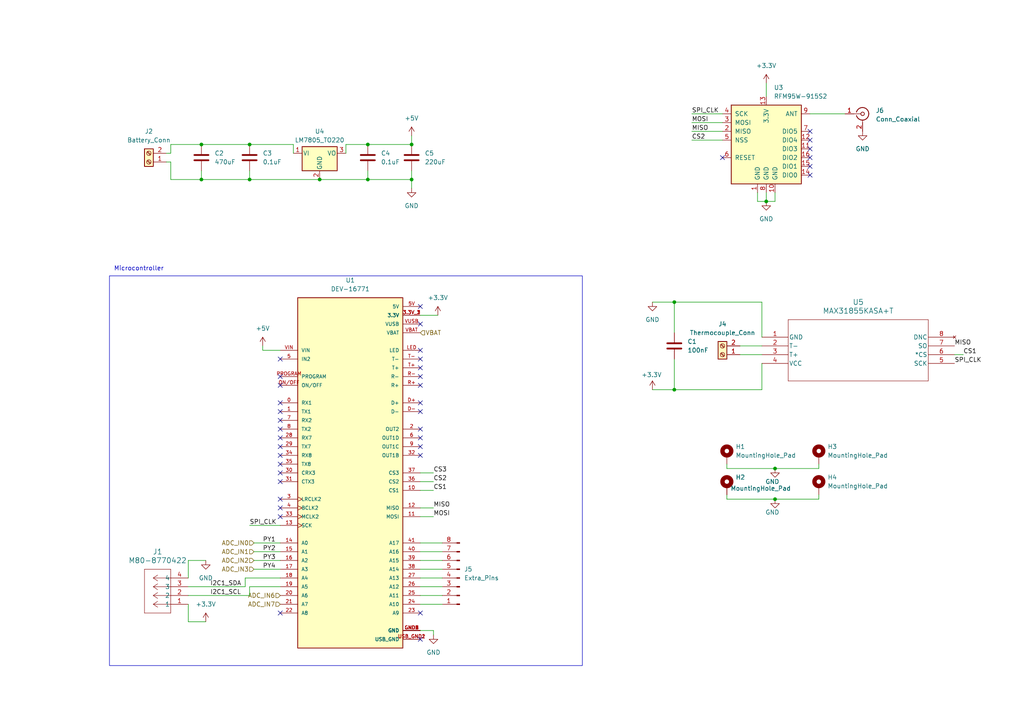
<source format=kicad_sch>
(kicad_sch (version 20231120) (generator "eeschema") (generator_version "8.0")
  (paper "A4")
  (lib_symbols
    (symbol "2024-07-03_09-08-40:MAX31855KASA+T" (pin_names (offset 0.254))
      (property "Reference" "U" (at 27.94 10.16 0))
      (property "Value" "MAX31855KASA+T" (at 27.94 7.62 0))
      (symbol "MAX31855KASA+T_0_1"
        (polyline (pts (xy 7.62 -12.7) (xy 48.26 -12.7)) (stroke (width 0.127)))
        (polyline (pts (xy 7.62 5.08) (xy 7.62 -12.7)) (stroke (width 0.127)))
        (polyline (pts (xy 48.26 -12.7) (xy 48.26 5.08)) (stroke (width 0.127)))
        (polyline (pts (xy 48.26 5.08) (xy 7.62 5.08)) (stroke (width 0.127)))
        (pin power_in line (at 0 0 0) (length 7.62) (name "GND") (number "1"))
        (pin input line (at 0 -2.54 0) (length 7.62) (name "T-") (number "2"))
        (pin input line (at 0 -5.08 0) (length 7.62) (name "T+") (number "3"))
        (pin power_in line (at 0 -7.62 0) (length 7.62) (name "VCC") (number "4"))
        (pin input line (at 55.88 -7.62 180) (length 7.62) (name "SCK") (number "5"))
        (pin unspecified line (at 55.88 -5.08 180) (length 7.62) (name "*CS") (number "6"))
        (pin output line (at 55.88 -2.54 180) (length 7.62) (name "SO") (number "7"))
        (pin no_connect line (at 55.88 0 180) (length 7.62) (name "DNC") (number "8"))
      )
    )
    (symbol "Connector:Conn_01x08_Male" (pin_names (offset 1.016) hide)
      (property "Reference" "J" (at 0 10.16 0))
      (property "Value" "Conn_01x08_Male" (at 0 -12.7 0))
      (symbol "Conn_01x08_Male_1_1"
        (polyline (pts (xy 1.27 -10.16) (xy 0.8636 -10.16)) (stroke (width 0.1524)))
        (polyline (pts (xy 1.27 -7.62) (xy 0.8636 -7.62)) (stroke (width 0.1524)))
        (polyline (pts (xy 1.27 -5.08) (xy 0.8636 -5.08)) (stroke (width 0.1524)))
        (polyline (pts (xy 1.27 -2.54) (xy 0.8636 -2.54)) (stroke (width 0.1524)))
        (polyline (pts (xy 1.27 0) (xy 0.8636 0)) (stroke (width 0.1524)))
        (polyline (pts (xy 1.27 2.54) (xy 0.8636 2.54)) (stroke (width 0.1524)))
        (polyline (pts (xy 1.27 5.08) (xy 0.8636 5.08)) (stroke (width 0.1524)))
        (polyline (pts (xy 1.27 7.62) (xy 0.8636 7.62)) (stroke (width 0.1524)))
        (rectangle (start 0.8636 -10.033) (end 0 -10.287) (stroke (width 0.1524)) (fill (type outline)))
        (rectangle (start 0.8636 -7.493) (end 0 -7.747) (stroke (width 0.1524)) (fill (type outline)))
        (rectangle (start 0.8636 -4.953) (end 0 -5.207) (stroke (width 0.1524)) (fill (type outline)))
        (rectangle (start 0.8636 -2.413) (end 0 -2.667) (stroke (width 0.1524)) (fill (type outline)))
        (rectangle (start 0.8636 0.127) (end 0 -0.127) (stroke (width 0.1524)) (fill (type outline)))
        (rectangle (start 0.8636 2.667) (end 0 2.413) (stroke (width 0.1524)) (fill (type outline)))
        (rectangle (start 0.8636 5.207) (end 0 4.953) (stroke (width 0.1524)) (fill (type outline)))
        (rectangle (start 0.8636 7.747) (end 0 7.493) (stroke (width 0.1524)) (fill (type outline)))
        (pin passive line (at 5.08 7.62 180) (length 3.81) (name "Pin_1") (number "1"))
        (pin passive line (at 5.08 5.08 180) (length 3.81) (name "Pin_2") (number "2"))
        (pin passive line (at 5.08 2.54 180) (length 3.81) (name "Pin_3") (number "3"))
        (pin passive line (at 5.08 0 180) (length 3.81) (name "Pin_4") (number "4"))
        (pin passive line (at 5.08 -2.54 180) (length 3.81) (name "Pin_5") (number "5"))
        (pin passive line (at 5.08 -5.08 180) (length 3.81) (name "Pin_6") (number "6"))
        (pin passive line (at 5.08 -7.62 180) (length 3.81) (name "Pin_7") (number "7"))
        (pin passive line (at 5.08 -10.16 180) (length 3.81) (name "Pin_8") (number "8"))
      )
    )
    (symbol "Connector:Conn_Coaxial" (pin_names (offset 1.016) hide)
      (property "Reference" "J" (at 0.254 3.048 0))
      (property "Value" "Conn_Coaxial" (at 2.921 0 90))
      (symbol "Conn_Coaxial_0_1"
        (arc (start -1.778 -0.508) (mid 0.2311 -1.8066) (end 1.778 0) (stroke (width 0.254)))
        (polyline (pts (xy -2.54 0) (xy -0.508 0)))
        (polyline (pts (xy 0 -2.54) (xy 0 -1.778)))
        (circle (center 0 0) (radius 0.508) (stroke (width 0.2032)))
        (arc (start 1.778 0) (mid 0.2099 1.8101) (end -1.778 0.508) (stroke (width 0.254)))
      )
      (symbol "Conn_Coaxial_1_1"
        (pin passive line (at -5.08 0 0) (length 2.54) (name "In") (number "1"))
        (pin passive line (at 0 -5.08 90) (length 2.54) (name "Ext") (number "2"))
      )
    )
    (symbol "Connector:Screw_Terminal_01x02" (pin_names (offset 1.016) hide)
      (property "Reference" "J" (at 0 2.54 0))
      (property "Value" "Screw_Terminal_01x02" (at 0 -5.08 0))
      (symbol "Screw_Terminal_01x02_1_1"
        (rectangle (start -1.27 1.27) (end 1.27 -3.81) (stroke (width 0.254)) (fill (type background)))
        (circle (center 0 -2.54) (radius 0.635) (stroke (width 0.1524)))
        (polyline (pts (xy -0.5334 -2.2098) (xy 0.3302 -3.048)) (stroke (width 0.1524)))
        (polyline (pts (xy -0.5334 0.3302) (xy 0.3302 -0.508)) (stroke (width 0.1524)))
        (polyline (pts (xy -0.3556 -2.032) (xy 0.508 -2.8702)) (stroke (width 0.1524)))
        (polyline (pts (xy -0.3556 0.508) (xy 0.508 -0.3302)) (stroke (width 0.1524)))
        (circle (center 0 0) (radius 0.635) (stroke (width 0.1524)))
        (pin passive line (at -5.08 0 0) (length 3.81) (name "Pin_1") (number "1"))
        (pin passive line (at -5.08 -2.54 0) (length 3.81) (name "Pin_2") (number "2"))
      )
    )
    (symbol "DEV-16771:DEV-16771" (pin_names (offset 1.016))
      (property "Reference" "U" (at -15.24 52.07 0))
      (property "Value" "DEV-16771" (at -15.24 -53.34 0))
      (symbol "DEV-16771_0_0"
        (rectangle (start -15.24 -50.8) (end 15.24 50.8) (stroke (width 0.254)) (fill (type background)))
        (pin bidirectional line (at -20.32 20.32 0) (length 5.08) (name "RX1") (number "0"))
        (pin bidirectional line (at -20.32 17.78 0) (length 5.08) (name "TX1") (number "1"))
        (pin bidirectional line (at 20.32 -5.08 180) (length 5.08) (name "CS1") (number "10"))
        (pin bidirectional line (at 20.32 -12.7 180) (length 5.08) (name "MOSI") (number "11"))
        (pin bidirectional line (at 20.32 -10.16 180) (length 5.08) (name "MISO") (number "12"))
        (pin bidirectional clock (at -20.32 -15.24 0) (length 5.08) (name "SCK") (number "13"))
        (pin bidirectional line (at -20.32 -20.32 0) (length 5.08) (name "A0") (number "14"))
        (pin bidirectional line (at -20.32 -22.86 0) (length 5.08) (name "A1") (number "15"))
        (pin bidirectional line (at -20.32 -25.4 0) (length 5.08) (name "A2") (number "16"))
        (pin bidirectional line (at -20.32 -27.94 0) (length 5.08) (name "A3") (number "17"))
        (pin bidirectional line (at -20.32 -30.48 0) (length 5.08) (name "A4") (number "18"))
        (pin bidirectional line (at -20.32 -33.02 0) (length 5.08) (name "A5") (number "19"))
        (pin output line (at 20.32 12.7 180) (length 5.08) (name "OUT2") (number "2"))
        (pin bidirectional line (at -20.32 -35.56 0) (length 5.08) (name "A6") (number "20"))
        (pin bidirectional line (at -20.32 -38.1 0) (length 5.08) (name "A7") (number "21"))
        (pin bidirectional line (at -20.32 -40.64 0) (length 5.08) (name "A8") (number "22"))
        (pin bidirectional line (at 20.32 -40.64 180) (length 5.08) (name "A9") (number "23"))
        (pin bidirectional line (at 20.32 -38.1 180) (length 5.08) (name "A10") (number "24"))
        (pin bidirectional line (at 20.32 -35.56 180) (length 5.08) (name "A11") (number "25"))
        (pin bidirectional line (at 20.32 -33.02 180) (length 5.08) (name "A12") (number "26"))
        (pin bidirectional line (at 20.32 -30.48 180) (length 5.08) (name "A13") (number "27"))
        (pin bidirectional line (at -20.32 10.16 0) (length 5.08) (name "RX7") (number "28"))
        (pin bidirectional line (at -20.32 7.62 0) (length 5.08) (name "TX7") (number "29"))
        (pin bidirectional clock (at -20.32 -7.62 0) (length 5.08) (name "LRCLK2") (number "3"))
        (pin power_in line (at 20.32 45.72 180) (length 5.08) (name "3.3V") (number "3.3V_1"))
        (pin power_in line (at 20.32 45.72 180) (length 5.08) (name "3.3V") (number "3.3V_2"))
        (pin power_in line (at 20.32 45.72 180) (length 5.08) (name "3.3V") (number "3.3V_3"))
        (pin bidirectional line (at -20.32 0 0) (length 5.08) (name "CRX3") (number "30"))
        (pin bidirectional line (at -20.32 -2.54 0) (length 5.08) (name "CTX3") (number "31"))
        (pin output line (at 20.32 5.08 180) (length 5.08) (name "OUT1B") (number "32"))
        (pin bidirectional clock (at -20.32 -12.7 0) (length 5.08) (name "MCLK2") (number "33"))
        (pin bidirectional line (at -20.32 5.08 0) (length 5.08) (name "RX8") (number "34"))
        (pin bidirectional line (at -20.32 2.54 0) (length 5.08) (name "TX8") (number "35"))
        (pin bidirectional line (at 20.32 -2.54 180) (length 5.08) (name "CS2") (number "36"))
        (pin bidirectional line (at 20.32 0 180) (length 5.08) (name "CS3") (number "37"))
        (pin bidirectional line (at 20.32 -27.94 180) (length 5.08) (name "A14") (number "38"))
        (pin bidirectional line (at 20.32 -25.4 180) (length 5.08) (name "A15") (number "39"))
        (pin bidirectional clock (at -20.32 -10.16 0) (length 5.08) (name "BCLK2") (number "4"))
        (pin bidirectional line (at 20.32 -22.86 180) (length 5.08) (name "A16") (number "40"))
        (pin bidirectional line (at 20.32 -20.32 180) (length 5.08) (name "A17") (number "41"))
        (pin bidirectional line (at -20.32 33.02 0) (length 5.08) (name "IN2") (number "5"))
        (pin power_in line (at 20.32 48.26 180) (length 5.08) (name "5V") (number "5V"))
        (pin output line (at 20.32 10.16 180) (length 5.08) (name "OUT1D") (number "6"))
        (pin bidirectional line (at -20.32 15.24 0) (length 5.08) (name "RX2") (number "7"))
        (pin bidirectional line (at -20.32 12.7 0) (length 5.08) (name "TX2") (number "8"))
        (pin output line (at 20.32 7.62 180) (length 5.08) (name "OUT1C") (number "9"))
        (pin bidirectional line (at 20.32 20.32 180) (length 5.08) (name "D+") (number "D+"))
        (pin bidirectional line (at 20.32 17.78 180) (length 5.08) (name "D-") (number "D-"))
        (pin power_in line (at 20.32 -45.72 180) (length 5.08) (name "GND") (number "GND1"))
        (pin power_in line (at 20.32 -45.72 180) (length 5.08) (name "GND") (number "GND2"))
        (pin power_in line (at 20.32 -45.72 180) (length 5.08) (name "GND") (number "GND3"))
        (pin power_in line (at 20.32 -45.72 180) (length 5.08) (name "GND") (number "GND4"))
        (pin power_in line (at 20.32 -45.72 180) (length 5.08) (name "GND") (number "GND5"))
        (pin bidirectional line (at 20.32 35.56 180) (length 5.08) (name "LED") (number "LED"))
        (pin bidirectional line (at -20.32 25.4 0) (length 5.08) (name "ON/OFF") (number "ON/OFF"))
        (pin bidirectional line (at -20.32 27.94 0) (length 5.08) (name "PROGRAM") (number "PROGRAM"))
        (pin bidirectional line (at 20.32 25.4 180) (length 5.08) (name "R+") (number "R+"))
        (pin bidirectional line (at 20.32 27.94 180) (length 5.08) (name "R-") (number "R-"))
        (pin bidirectional line (at 20.32 30.48 180) (length 5.08) (name "T+") (number "T+"))
        (pin bidirectional line (at 20.32 33.02 180) (length 5.08) (name "T-") (number "T-"))
        (pin power_in line (at 20.32 -48.26 180) (length 5.08) (name "USB_GND") (number "USB_GND1"))
        (pin power_in line (at 20.32 -48.26 180) (length 5.08) (name "USB_GND") (number "USB_GND2"))
        (pin passive line (at 20.32 40.64 180) (length 5.08) (name "VBAT") (number "VBAT"))
        (pin input line (at -20.32 35.56 0) (length 5.08) (name "VIN") (number "VIN"))
        (pin passive line (at 20.32 43.18 180) (length 5.08) (name "VUSB") (number "VUSB"))
      )
    )
    (symbol "Device:C" (pin_numbers hide) (pin_names (offset 0.254))
      (property "Reference" "C" (at 0.635 2.54 0))
      (property "Value" "C" (at 0.635 -2.54 0))
      (symbol "C_0_1"
        (polyline (pts (xy -2.032 -0.762) (xy 2.032 -0.762)) (stroke (width 0.508)))
        (polyline (pts (xy -2.032 0.762) (xy 2.032 0.762)) (stroke (width 0.508)))
      )
      (symbol "C_1_1"
        (pin passive line (at 0 3.81 270) (length 2.794) (name "~") (number "1"))
        (pin passive line (at 0 -3.81 90) (length 2.794) (name "~") (number "2"))
      )
    )
    (symbol "Harwin-M80-8770422:M80-8770422" (pin_names (offset 0.254))
      (property "Reference" "J" (at 8.89 6.35 0))
      (property "Value" "M80-8770422" (at 0 0 0))
      (symbol "M80-8770422_1_1"
        (polyline (pts (xy 5.08 -10.16) (xy 12.7 -10.16)) (stroke (width 0.127)))
        (polyline (pts (xy 5.08 2.54) (xy 5.08 -10.16)) (stroke (width 0.127)))
        (polyline (pts (xy 10.16 -7.62) (xy 5.08 -7.62)) (stroke (width 0.127)))
        (polyline (pts (xy 10.16 -7.62) (xy 8.89 -8.4667)) (stroke (width 0.127)))
        (polyline (pts (xy 10.16 -7.62) (xy 8.89 -6.7733)) (stroke (width 0.127)))
        (polyline (pts (xy 10.16 -5.08) (xy 5.08 -5.08)) (stroke (width 0.127)))
        (polyline (pts (xy 10.16 -5.08) (xy 8.89 -5.9267)) (stroke (width 0.127)))
        (polyline (pts (xy 10.16 -5.08) (xy 8.89 -4.2333)) (stroke (width 0.127)))
        (polyline (pts (xy 10.16 -2.54) (xy 5.08 -2.54)) (stroke (width 0.127)))
        (polyline (pts (xy 10.16 -2.54) (xy 8.89 -3.3867)) (stroke (width 0.127)))
        (polyline (pts (xy 10.16 -2.54) (xy 8.89 -1.6933)) (stroke (width 0.127)))
        (polyline (pts (xy 10.16 0) (xy 5.08 0)) (stroke (width 0.127)))
        (polyline (pts (xy 10.16 0) (xy 8.89 -0.8467)) (stroke (width 0.127)))
        (polyline (pts (xy 10.16 0) (xy 8.89 0.8467)) (stroke (width 0.127)))
        (polyline (pts (xy 12.7 -10.16) (xy 12.7 2.54)) (stroke (width 0.127)))
        (polyline (pts (xy 12.7 2.54) (xy 5.08 2.54)) (stroke (width 0.127)))
        (pin unspecified line (at 0 0 0) (length 5.08) (name "1") (number "1"))
        (pin unspecified line (at 0 -2.54 0) (length 5.08) (name "2") (number "2"))
        (pin unspecified line (at 0 -5.08 0) (length 5.08) (name "3") (number "3"))
        (pin unspecified line (at 0 -7.62 0) (length 5.08) (name "4") (number "4"))
      )
      (symbol "M80-8770422_1_2"
        (polyline (pts (xy 5.08 -10.16) (xy 12.7 -10.16)) (stroke (width 0.127)))
        (polyline (pts (xy 5.08 2.54) (xy 5.08 -10.16)) (stroke (width 0.127)))
        (polyline (pts (xy 7.62 -7.62) (xy 5.08 -7.62)) (stroke (width 0.127)))
        (polyline (pts (xy 7.62 -7.62) (xy 8.89 -8.4667)) (stroke (width 0.127)))
        (polyline (pts (xy 7.62 -7.62) (xy 8.89 -6.7733)) (stroke (width 0.127)))
        (polyline (pts (xy 7.62 -5.08) (xy 5.08 -5.08)) (stroke (width 0.127)))
        (polyline (pts (xy 7.62 -5.08) (xy 8.89 -5.9267)) (stroke (width 0.127)))
        (polyline (pts (xy 7.62 -5.08) (xy 8.89 -4.2333)) (stroke (width 0.127)))
        (polyline (pts (xy 7.62 -2.54) (xy 5.08 -2.54)) (stroke (width 0.127)))
        (polyline (pts (xy 7.62 -2.54) (xy 8.89 -3.3867)) (stroke (width 0.127)))
        (polyline (pts (xy 7.62 -2.54) (xy 8.89 -1.6933)) (stroke (width 0.127)))
        (polyline (pts (xy 7.62 0) (xy 5.08 0)) (stroke (width 0.127)))
        (polyline (pts (xy 7.62 0) (xy 8.89 -0.8467)) (stroke (width 0.127)))
        (polyline (pts (xy 7.62 0) (xy 8.89 0.8467)) (stroke (width 0.127)))
        (polyline (pts (xy 12.7 -10.16) (xy 12.7 2.54)) (stroke (width 0.127)))
        (polyline (pts (xy 12.7 2.54) (xy 5.08 2.54)) (stroke (width 0.127)))
        (pin unspecified line (at 0 0 0) (length 5.08) (name "1") (number "1"))
        (pin unspecified line (at 0 -2.54 0) (length 5.08) (name "2") (number "2"))
        (pin unspecified line (at 0 -5.08 0) (length 5.08) (name "3") (number "3"))
        (pin unspecified line (at 0 -7.62 0) (length 5.08) (name "4") (number "4"))
      )
    )
    (symbol "Mechanical:MountingHole_Pad" (pin_numbers hide) (pin_names (offset 1.016) hide)
      (property "Reference" "H" (at 0 6.35 0))
      (property "Value" "MountingHole_Pad" (at 0 4.445 0))
      (symbol "MountingHole_Pad_0_1"
        (circle (center 0 1.27) (radius 1.27) (stroke (width 1.27)))
      )
      (symbol "MountingHole_Pad_1_1"
        (pin input line (at 0 -2.54 90) (length 2.54) (name "1") (number "1"))
      )
    )
    (symbol "RF_Module:RFM95W-915S2" (pin_names (offset 1.016))
      (property "Reference" "U" (at -10.414 11.684 0))
      (property "Value" "RFM95W-915S2" (at 1.524 11.43 0))
      (symbol "RFM95W-915S2_0_1"
        (rectangle (start -10.16 10.16) (end 10.16 -12.7) (stroke (width 0.254)) (fill (type background)))
      )
      (symbol "RFM95W-915S2_1_1"
        (pin power_in line (at -2.54 -15.24 90) (length 2.54) (name "GND") (number "1"))
        (pin power_in line (at 2.54 -15.24 90) (length 2.54) (name "GND") (number "10"))
        (pin bidirectional line (at 12.7 -2.54 180) (length 2.54) (name "DIO3") (number "11"))
        (pin bidirectional line (at 12.7 0 180) (length 2.54) (name "DIO4") (number "12"))
        (pin power_in line (at 0 12.7 270) (length 2.54) (name "3.3V") (number "13"))
        (pin bidirectional line (at 12.7 -10.16 180) (length 2.54) (name "DIO0") (number "14"))
        (pin bidirectional line (at 12.7 -7.62 180) (length 2.54) (name "DIO1") (number "15"))
        (pin bidirectional line (at 12.7 -5.08 180) (length 2.54) (name "DIO2") (number "16"))
        (pin output line (at -12.7 2.54 0) (length 2.54) (name "MISO") (number "2"))
        (pin input line (at -12.7 5.08 0) (length 2.54) (name "MOSI") (number "3"))
        (pin input line (at -12.7 7.62 0) (length 2.54) (name "SCK") (number "4"))
        (pin input line (at -12.7 0 0) (length 2.54) (name "NSS") (number "5"))
        (pin bidirectional line (at -12.7 -5.08 0) (length 2.54) (name "RESET") (number "6"))
        (pin bidirectional line (at 12.7 2.54 180) (length 2.54) (name "DIO5") (number "7"))
        (pin power_in line (at 0 -15.24 90) (length 2.54) (name "GND") (number "8"))
        (pin bidirectional line (at 12.7 7.62 180) (length 2.54) (name "ANT") (number "9"))
      )
    )
    (symbol "Regulator_Linear:LM7805_TO220" (pin_names (offset 0.254))
      (property "Reference" "U" (at -3.81 3.175 0))
      (property "Value" "LM7805_TO220" (at 0 3.175 0))
      (symbol "LM7805_TO220_0_1"
        (rectangle (start -5.08 1.905) (end 5.08 -5.08) (stroke (width 0.254)) (fill (type background)))
      )
      (symbol "LM7805_TO220_1_1"
        (pin power_in line (at -7.62 0 0) (length 2.54) (name "VI") (number "1"))
        (pin power_in line (at 0 -7.62 90) (length 2.54) (name "GND") (number "2"))
        (pin power_out line (at 7.62 0 180) (length 2.54) (name "VO") (number "3"))
      )
    )
    (symbol "power:+3.3V" (power) (pin_names (offset 0))
      (property "Value" "+3.3V" (at 0 3.556 0))
      (symbol "+3.3V_0_1"
        (polyline (pts (xy -0.762 1.27) (xy 0 2.54)))
        (polyline (pts (xy 0 0) (xy 0 2.54)))
        (polyline (pts (xy 0 2.54) (xy 0.762 1.27)))
      )
      (symbol "+3.3V_1_1"
        (pin power_in line (at 0 0 90) (length 0) hide (name "+3V3") (number "1"))
      )
    )
    (symbol "power:+5V" (power) (pin_names (offset 0))
      (property "Value" "+5V" (at 0 3.556 0))
      (symbol "+5V_0_1"
        (polyline (pts (xy -0.762 1.27) (xy 0 2.54)))
        (polyline (pts (xy 0 0) (xy 0 2.54)))
        (polyline (pts (xy 0 2.54) (xy 0.762 1.27)))
      )
      (symbol "+5V_1_1"
        (pin power_in line (at 0 0 90) (length 0) hide (name "+5V") (number "1"))
      )
    )
    (symbol "power:GND" (power) (pin_names (offset 0))
      (property "Value" "GND" (at 0 -3.81 0))
      (symbol "GND_0_1"
        (polyline (pts (xy 0 0) (xy 0 -1.27) (xy 1.27 -1.27) (xy 0 -2.54) (xy -1.27 -1.27) (xy 0 -1.27)))
      )
      (symbol "GND_1_1"
        (pin power_in line (at 0 0 270) (length 0) hide (name "GND") (number "1"))
      )
    )
  )
  (junction (at 119.38 52.07))
  (junction (at 224.79 135.89))
  (junction (at 224.79 144.78))
  (junction (at 195.58 113.03))
  (junction (at 72.39 41.91))
  (junction (at 58.42 41.91))
  (junction (at 222.25 58.42))
  (junction (at 195.58 87.63))
  (junction (at 58.42 52.07))
  (junction (at 72.39 52.07))
  (junction (at 119.38 41.91))
  (junction (at 106.68 41.91))
  (junction (at 106.68 52.07))
  (junction (at 92.71 52.07))
  (no_connect (at 81.28 129.54))
  (no_connect (at 81.28 119.38))
  (no_connect (at 121.92 127))
  (no_connect (at 121.92 124.46))
  (no_connect (at 234.95 43.18))
  (no_connect (at 121.92 132.08))
  (no_connect (at 121.92 111.76))
  (no_connect (at 121.92 106.68))
  (no_connect (at 121.92 88.9))
  (no_connect (at 234.95 45.72))
  (no_connect (at 121.92 93.98))
  (no_connect (at 81.28 116.84))
  (no_connect (at 121.92 116.84))
  (no_connect (at 234.95 50.8))
  (no_connect (at 81.28 177.8))
  (no_connect (at 81.28 124.46))
  (no_connect (at 121.92 177.8))
  (no_connect (at 81.28 134.62))
  (no_connect (at 209.55 45.72))
  (no_connect (at 121.92 109.22))
  (no_connect (at 81.28 109.22))
  (no_connect (at 234.95 48.26))
  (no_connect (at 121.92 119.38))
  (no_connect (at 234.95 38.1))
  (no_connect (at 81.28 111.76))
  (no_connect (at 121.92 101.6))
  (no_connect (at 234.95 40.64))
  (no_connect (at 81.28 139.7))
  (no_connect (at 81.28 121.92))
  (no_connect (at 81.28 104.14))
  (no_connect (at 121.92 104.14))
  (no_connect (at 81.28 137.16))
  (no_connect (at 121.92 129.54))
  (no_connect (at 81.28 144.78))
  (no_connect (at 81.28 149.86))
  (no_connect (at 81.28 147.32))
  (no_connect (at 81.28 127))
  (no_connect (at 81.28 132.08))
  (no_connect (at 121.92 185.42))
  (wire (pts (xy 49.53 52.07) (xy 58.42 52.07)))
  (wire (pts (xy 200.66 33.02) (xy 209.55 33.02)))
  (wire (pts (xy 214.63 100.33) (xy 220.98 100.33)))
  (wire (pts (xy 76.2 100.33) (xy 76.2 101.6)))
  (wire (pts (xy 72.39 41.91) (xy 85.09 41.91)))
  (wire (pts (xy 220.98 113.03) (xy 220.98 105.41)))
  (wire (pts (xy 237.49 144.78) (xy 237.49 143.51)))
  (wire (pts (xy 220.98 97.79) (xy 220.98 87.63)))
  (wire (pts (xy 49.53 46.99) (xy 49.53 52.07)))
  (wire (pts (xy 121.92 165.1) (xy 128.27 165.1)))
  (wire (pts (xy 209.55 40.64) (xy 200.66 40.64)))
  (wire (pts (xy 200.66 35.56) (xy 209.55 35.56)))
  (wire (pts (xy 121.92 160.02) (xy 128.27 160.02)))
  (wire (pts (xy 121.92 172.72) (xy 128.27 172.72)))
  (wire (pts (xy 219.71 55.88) (xy 219.71 58.42)))
  (wire (pts (xy 58.42 41.91) (xy 72.39 41.91)))
  (wire (pts (xy 210.82 134.62) (xy 210.82 135.89)))
  (wire (pts (xy 49.53 41.91) (xy 58.42 41.91)))
  (wire (pts (xy 121.92 91.44) (xy 127 91.44)))
  (wire (pts (xy 234.95 33.02) (xy 245.11 33.02)))
  (wire (pts (xy 100.33 44.45) (xy 100.33 41.91)))
  (wire (pts (xy 224.79 135.89) (xy 237.49 135.89)))
  (wire (pts (xy 54.61 170.18) (xy 71.12 170.18)))
  (wire (pts (xy 195.58 96.52) (xy 195.58 87.63)))
  (wire (pts (xy 222.25 55.88) (xy 222.25 58.42)))
  (wire (pts (xy 71.12 167.64) (xy 71.12 170.18)))
  (wire (pts (xy 106.68 49.53) (xy 106.68 52.07)))
  (wire (pts (xy 119.38 54.61) (xy 119.38 52.07)))
  (wire (pts (xy 58.42 52.07) (xy 72.39 52.07)))
  (wire (pts (xy 72.39 52.07) (xy 92.71 52.07)))
  (wire (pts (xy 54.61 180.34) (xy 59.69 180.34)))
  (wire (pts (xy 220.98 87.63) (xy 195.58 87.63)))
  (wire (pts (xy 121.92 182.88) (xy 125.73 182.88)))
  (wire (pts (xy 237.49 134.62) (xy 237.49 135.89)))
  (wire (pts (xy 125.73 147.32) (xy 121.92 147.32)))
  (wire (pts (xy 54.61 175.26) (xy 54.61 180.34)))
  (wire (pts (xy 119.38 52.07) (xy 119.38 49.53)))
  (wire (pts (xy 200.66 38.1) (xy 209.55 38.1)))
  (wire (pts (xy 219.71 58.42) (xy 222.25 58.42)))
  (wire (pts (xy 214.63 102.87) (xy 220.98 102.87)))
  (wire (pts (xy 73.66 162.56) (xy 81.28 162.56)))
  (wire (pts (xy 121.92 162.56) (xy 128.27 162.56)))
  (wire (pts (xy 73.66 160.02) (xy 81.28 160.02)))
  (wire (pts (xy 54.61 162.56) (xy 59.69 162.56)))
  (wire (pts (xy 73.66 165.1) (xy 81.28 165.1)))
  (wire (pts (xy 125.73 182.88) (xy 125.73 184.15)))
  (wire (pts (xy 220.98 113.03) (xy 195.58 113.03)))
  (wire (pts (xy 72.39 52.07) (xy 72.39 49.53)))
  (wire (pts (xy 58.42 52.07) (xy 58.42 49.53)))
  (wire (pts (xy 224.79 144.78) (xy 237.49 144.78)))
  (wire (pts (xy 106.68 41.91) (xy 119.38 41.91)))
  (wire (pts (xy 279.4 102.87) (xy 276.86 102.87)))
  (wire (pts (xy 72.39 170.18) (xy 72.39 172.72)))
  (wire (pts (xy 81.28 152.4) (xy 72.39 152.4)))
  (wire (pts (xy 48.26 44.45) (xy 49.53 44.45)))
  (wire (pts (xy 121.92 175.26) (xy 128.27 175.26)))
  (wire (pts (xy 119.38 39.37) (xy 119.38 41.91)))
  (wire (pts (xy 210.82 135.89) (xy 224.79 135.89)))
  (wire (pts (xy 121.92 157.48) (xy 128.27 157.48)))
  (wire (pts (xy 195.58 104.14) (xy 195.58 113.03)))
  (wire (pts (xy 121.92 142.24) (xy 125.73 142.24)))
  (wire (pts (xy 81.28 170.18) (xy 72.39 170.18)))
  (wire (pts (xy 210.82 143.51) (xy 210.82 144.78)))
  (wire (pts (xy 48.26 46.99) (xy 49.53 46.99)))
  (wire (pts (xy 224.79 55.88) (xy 224.79 58.42)))
  (wire (pts (xy 121.92 139.7) (xy 125.73 139.7)))
  (wire (pts (xy 100.33 41.91) (xy 106.68 41.91)))
  (wire (pts (xy 49.53 44.45) (xy 49.53 41.91)))
  (wire (pts (xy 54.61 167.64) (xy 54.61 162.56)))
  (wire (pts (xy 210.82 144.78) (xy 224.79 144.78)))
  (wire (pts (xy 81.28 167.64) (xy 71.12 167.64)))
  (wire (pts (xy 121.92 167.64) (xy 128.27 167.64)))
  (wire (pts (xy 54.61 172.72) (xy 72.39 172.72)))
  (wire (pts (xy 85.09 41.91) (xy 85.09 44.45)))
  (wire (pts (xy 224.79 58.42) (xy 222.25 58.42)))
  (wire (pts (xy 121.92 170.18) (xy 128.27 170.18)))
  (wire (pts (xy 222.25 24.13) (xy 222.25 27.94)))
  (wire (pts (xy 189.23 87.63) (xy 195.58 87.63)))
  (wire (pts (xy 106.68 52.07) (xy 119.38 52.07)))
  (wire (pts (xy 76.2 101.6) (xy 81.28 101.6)))
  (wire (pts (xy 125.73 149.86) (xy 121.92 149.86)))
  (wire (pts (xy 92.71 52.07) (xy 106.68 52.07)))
  (wire (pts (xy 73.66 157.48) (xy 81.28 157.48)))
  (wire (pts (xy 189.23 113.03) (xy 195.58 113.03)))
  (wire (pts (xy 121.92 137.16) (xy 125.73 137.16)))
  (rectangle (start 31.75 80.01) (end 168.91 193.04))
  (text "Microcontroller\n" (at 33.02 78.74 0) (effects (font (size 1.27 1.27)) (justify left bottom)))
  (label "MOSI" (at 125.73 149.86 0))
  (label "MISO" (at 125.73 147.32 0))
  (label "CS3" (at 125.73 137.16 0))
  (label "MISO" (at 200.66 38.1 0))
  (label "CS1" (at 125.73 142.24 0))
  (label "PY1" (at 76.2 157.48 0))
  (label "CS1" (at 279.4 102.87 0))
  (label "MISO" (at 276.86 100.33 0))
  (label "PY3" (at 76.2 162.56 0))
  (label "I2C1_SDA" (at 60.96 170.18 0))
  (label "SPI_CLK" (at 200.66 33.02 0))
  (label "I2C1_SCL" (at 60.96 172.72 0))
  (label "SPI_CLK" (at 72.39 152.4 0))
  (label "PY4" (at 76.2 165.1 0))
  (label "CS2" (at 125.73 139.7 0))
  (label "CS2" (at 200.66 40.64 0))
  (label "MOSI" (at 200.66 35.56 0))
  (label "SPI_CLK" (at 276.86 105.41 0))
  (label "PY2" (at 76.2 160.02 0))
  (hierarchical_label "ADC_IN0" (shape input) (at 73.66 157.48 180))
  (hierarchical_label "ADC_IN2" (shape input) (at 73.66 162.56 180))
  (hierarchical_label "ADC_IN3" (shape input) (at 73.66 165.1 180))
  (hierarchical_label "VBAT" (shape input) (at 121.92 96.52 0))
  (hierarchical_label "ADC_IN6" (shape input) (at 81.28 172.72 180))
  (hierarchical_label "ADC_IN7" (shape input) (at 81.28 175.26 180))
  (hierarchical_label "ADC_IN1" (shape input) (at 73.66 160.02 180))
  (symbol (lib_id "power:GND") (at 224.79 135.89 0) (unit 1)
    (property "Reference" "#PWR03" (effects (hide yes)))
    (property "Value" "GND" (at 226.06 139.7 0) (effects (justify right)))
  )
  (symbol (lib_id "power:+5V") (at 119.38 39.37 0) (unit 1)
    (property "Reference" "#PWR013" (effects (hide yes)))
    (property "Value" "+5V" (at 119.38 34.29 0))
  )
  (symbol (lib_id "power:GND") (at 222.25 58.42 0) (unit 1)
    (property "Reference" "#PWR011" (effects (hide yes)))
    (property "Value" "GND" (at 222.25 63.5 0))
  )
  (symbol (lib_id "Device:C") (at 106.68 45.72 0) (unit 1)
    (property "Reference" "C4" (at 110.49 44.4499 0) (effects (justify left)))
    (property "Value" "0.1uF" (at 110.49 46.9899 0) (effects (justify left)))
    (property "Footprint" "Capacitor_SMD:C_0201_0603Metric" (effects (hide yes)))
    (property "Description" "Unpolarized capacitor" (effects (hide yes)))
  )
  (symbol (lib_id "Mechanical:MountingHole_Pad") (at 237.49 140.97 0) (unit 1)
    (property "Reference" "H4" (at 240.03 138.4299 0) (effects (justify left)))
    (property "Value" "MountingHole_Pad" (at 240.03 140.9699 0) (effects (justify left)))
    (property "Footprint" "Mounting_Wuerth:Mounting_Wuerth_WA-SMSI-M1.6_H1mm_9774010633" (effects (hide yes)))
    (property "Description" "Mounting Hole with connection" (effects (hide yes)))
  )
  (symbol (lib_id "Connector:Conn_Coaxial") (at 250.19 33.02 0) (unit 1)
    (property "Reference" "J6" (at 254 32.0431 0) (effects (justify left)))
    (property "Value" "Conn_Coaxial" (at 254 34.5831 0) (effects (justify left)))
    (property "Footprint" "Connector_Coaxial:SMA_Amphenol_132134-10_Vertical" (effects (hide yes)))
    (property "Datasheet" " ~" (effects (hide yes)))
    (property "Description" "coaxial connector (BNC, SMA, SMB, SMC, Cinch/RCA, LEMO, ...)" (effects (hide yes)))
  )
  (symbol (lib_id "power:+3.3V") (at 59.69 180.34 0) (unit 1)
    (property "Reference" "#PWR07" (effects (hide yes)))
    (property "Value" "+3.3V" (at 59.69 175.26 0))
    (property "Description" "Power symbol creates a global label with name \"+3.3V\"" (effects (hide yes)))
  )
  (symbol (lib_id "Regulator_Linear:LM7805_TO220") (at 92.71 44.45 0) (unit 1)
    (property "Reference" "U4" (at 92.71 38.1 0))
    (property "Value" "LM7805_TO220" (at 92.71 40.64 0))
    (property "Footprint" "Package_TO_SOT_THT:TO-220-3_Vertical" (effects (hide yes)))
    (property "Datasheet" "https://www.onsemi.cn/PowerSolutions/document/MC7800-D.PDF" (effects (hide yes)))
    (property "Description" "Positive 1A 35V Linear Regulator, Fixed Output 5V, TO-220" (effects (hide yes)))
  )
  (symbol (lib_id "DEV-16771:DEV-16771") (at 101.6 137.16 0) (unit 1)
    (property "Reference" "U1" (at 101.6 81.28 0))
    (property "Value" "DEV-16771" (at 101.6 83.82 0))
    (property "Footprint" "DEV-16771:MODULE_DEV-16771" (effects (hide yes)))
    (property "Description" "\nRT1062 Teensy 4.1 series ARM® Cortex®-M7 MPU Embedded Evaluation Board\n" (effects (hide yes)))
    (property "MF" "SparkFun Electronics" (effects (hide yes)))
    (property "MAXIMUM_PACKAGE_HEIGHT" "4.07mm" (effects (hide yes)))
    (property "Package" "None" (effects (hide yes)))
    (property "Price" "None" (effects (hide yes)))
    (property "Check_prices" "https://www.snapeda.com/parts/DEV-16771/SparkFun+Electronics/view-part/?ref=eda" (effects (hide yes)))
    (property "STANDARD" "Manufacturer recommendations" (effects (hide yes)))
    (property "PARTREV" "4.1" (effects (hide yes)))
    (property "SnapEDA_Link" "https://www.snapeda.com/parts/DEV-16771/SparkFun+Electronics/view-part/?ref=snap" (effects (hide yes)))
    (property "MP" "DEV-16771" (effects (hide yes)))
    (property "Purchase-URL" "https://www.snapeda.com/api/url_track_click_mouser/?unipart_id=4833875&manufacturer=SparkFun Electronics&part_name=DEV-16771&search_term=teensy 4.1" (effects (hide yes)))
    (property "Availability" "In Stock" (effects (hide yes)))
    (property "MANUFACTURER" "SparkFun Electronics" (effects (hide yes)))
  )
  (symbol (lib_id "Device:C") (at 119.38 45.72 0) (unit 1)
    (property "Reference" "C5" (at 123.19 44.4499 0) (effects (justify left)))
    (property "Value" "220uF" (at 123.19 46.9899 0) (effects (justify left)))
    (property "Footprint" "Capacitor_SMD:C_0201_0603Metric" (effects (hide yes)))
    (property "Description" "Unpolarized capacitor" (effects (hide yes)))
  )
  (symbol (lib_id "Mechanical:MountingHole_Pad") (at 237.49 132.08 0) (unit 1)
    (property "Reference" "H3" (at 240.03 129.5399 0) (effects (justify left)))
    (property "Value" "MountingHole_Pad" (at 240.03 132.0799 0) (effects (justify left)))
    (property "Footprint" "Mounting_Wuerth:Mounting_Wuerth_WA-SMSI-M1.6_H1mm_9774010633" (effects (hide yes)))
    (property "Description" "Mounting Hole with connection" (effects (hide yes)))
  )
  (symbol (lib_id "power:GND") (at 224.79 144.78 0) (unit 1)
    (property "Reference" "#PWR04" (effects (hide yes)))
    (property "Value" "GND" (at 226.06 148.59 0) (effects (justify right)))
  )
  (symbol (lib_id "power:GND") (at 250.19 38.1 0) (unit 1)
    (property "Reference" "#PWR012" (effects (hide yes)))
    (property "Value" "GND" (at 250.19 43.18 0))
  )
  (symbol (lib_id "power:+3.3V") (at 127 91.44 0) (unit 1)
    (property "Reference" "#PWR06" (effects (hide yes)))
    (property "Value" "+3.3V" (at 127 86.36 0))
    (property "Description" "Power symbol creates a global label with name \"+3.3V\"" (effects (hide yes)))
  )
  (symbol (lib_id "power:+3.3V") (at 222.25 24.13 0) (unit 1)
    (property "Reference" "#PWR010" (effects (hide yes)))
    (property "Value" "+3.3V" (at 222.25 19.05 0))
  )
  (symbol (lib_id "Connector:Conn_01x08_Male") (at 133.35 167.64 180) (unit 1)
    (property "Reference" "J5" (at 134.62 165.0999 0) (effects (justify right)))
    (property "Value" "Extra_Pins" (at 134.62 167.6399 0) (effects (justify right)))
    (property "Footprint" "Connector_PinHeader_1.00mm:PinHeader_1x08_P1.00mm_Vertical_SMD_Pin1Right" (effects (hide yes)))
    (property "Description" "Generic connector, single row, 01x08, script generated (kicad-library-utils/schlib/autogen/connector/)" (effects (hide yes)))
  )
  (symbol (lib_id "Mechanical:MountingHole_Pad") (at 210.82 140.97 0) (unit 1)
    (property "Reference" "H2" (at 213.36 138.4299 0) (effects (justify left)))
    (property "Value" "MountingHole_Pad" (at 211.8823 141.6525 0) (effects (justify left)))
    (property "Footprint" "Mounting_Wuerth:Mounting_Wuerth_WA-SMSI-M1.6_H1mm_9774010633" (effects (hide yes)))
    (property "Description" "Mounting Hole with connection" (effects (hide yes)))
  )
  (symbol (lib_id "power:+5V") (at 76.2 100.33 0) (unit 1)
    (property "Reference" "#PWR01" (effects (hide yes)))
    (property "Value" "+5V" (at 76.2 95.25 0))
  )
  (symbol (lib_id "RF_Module:RFM95W-915S2") (at 222.25 40.64 0) (unit 1)
    (property "Reference" "U3" (at 224.4441 25.4 0) (effects (justify left)))
    (property "Value" "RFM95W-915S2" (at 224.4441 27.94 0) (effects (justify left)))
    (property "Footprint" "footprints:IC16_RFM95W-915S2_RFS-M" (effects (hide yes)))
    (property "Datasheet" "https://www.hoperf.com/data/upload/portal/20181127/5bfcbea20e9ef.pdf" (effects (hide yes)))
  )
  (symbol (lib_id "Device:C") (at 72.39 45.72 0) (unit 1)
    (property "Reference" "C3" (at 76.2 44.4499 0) (effects (justify left)))
    (property "Value" "0.1uF" (at 76.2 46.9899 0) (effects (justify left)))
    (property "Footprint" "Capacitor_SMD:C_0201_0603Metric" (effects (hide yes)))
    (property "Description" "Unpolarized capacitor" (effects (hide yes)))
  )
  (symbol (lib_id "Device:C") (at 195.58 100.33 0) (unit 1)
    (property "Reference" "C1" (at 199.39 99.0599 0) (effects (justify left)))
    (property "Value" "100nF" (at 199.39 101.5999 0) (effects (justify left)))
    (property "Footprint" "Capacitor_SMD:C_0201_0603Metric" (effects (hide yes)))
    (property "Description" "Unpolarized capacitor" (effects (hide yes)))
  )
  (symbol (lib_id "power:GND") (at 189.23 87.63 0) (unit 1)
    (property "Reference" "#PWR015" (effects (hide yes)))
    (property "Value" "GND" (at 189.23 92.71 0))
  )
  (symbol (lib_id "Connector:Screw_Terminal_01x02") (at 209.55 102.87 180) (unit 1)
    (property "Reference" "J4" (at 209.55 93.98 0))
    (property "Value" "Thermocouple_Conn" (at 209.55 96.52 0))
    (property "Footprint" "TerminalBlock:TerminalBlock_Altech_AK300-2_P5.00mm" (effects (hide yes)))
    (property "Description" "Generic screw terminal, single row, 01x02, script generated (kicad-library-utils/schlib/autogen/connector/)" (effects (hide yes)))
  )
  (symbol (lib_id "power:GND") (at 59.69 162.56 0) (unit 1)
    (property "Reference" "#PWR05" (effects (hide yes)))
    (property "Value" "GND" (at 59.69 167.64 0))
  )
  (symbol (lib_id "Harwin-M80-8770422:M80-8770422") (at 54.61 175.26 180) (unit 1)
    (property "Reference" "J1" (at 45.72 160.02 0) (effects (font (size 1.524 1.524))))
    (property "Value" "M80-8770422" (at 45.72 162.56 0) (effects (font (size 1.524 1.524))))
    (property "Footprint" "Harwin-M80-8770422:CONN_M80-87704_HRW" (effects (hide yes)))
    (property "Datasheet" "M80-8770422" (effects (hide yes)))
  )
  (symbol (lib_id "power:GND") (at 125.73 184.15 0) (unit 1)
    (property "Reference" "#PWR02" (effects (hide yes)))
    (property "Value" "GND" (at 125.73 189.23 0))
  )
  (symbol (lib_id "power:GND") (at 119.38 54.61 0) (unit 1)
    (property "Reference" "#PWR014" (effects (hide yes)))
    (property "Value" "GND" (at 119.38 59.69 0))
  )
  (symbol (lib_id "Mechanical:MountingHole_Pad") (at 210.82 132.08 0) (unit 1)
    (property "Reference" "H1" (at 213.36 129.5399 0) (effects (justify left)))
    (property "Value" "MountingHole_Pad" (at 213.36 132.0799 0) (effects (justify left)))
    (property "Footprint" "Mounting_Wuerth:Mounting_Wuerth_WA-SMSI-M1.6_H1mm_9774010633" (effects (hide yes)))
    (property "Description" "Mounting Hole with connection" (effects (hide yes)))
  )
  (symbol (lib_id "Connector:Screw_Terminal_01x02") (at 43.18 46.99 180) (unit 1)
    (property "Reference" "J2" (at 43.18 38.1 0))
    (property "Value" "Battery_Conn" (at 43.18 40.64 0))
    (property "Footprint" "TerminalBlock:TerminalBlock_Altech_AK300-2_P5.00mm" (effects (hide yes)))
    (property "Description" "Generic screw terminal, single row, 01x02, script generated (kicad-library-utils/schlib/autogen/connector/)" (effects (hide yes)))
  )
  (symbol (lib_id "Device:C") (at 58.42 45.72 0) (unit 1)
    (property "Reference" "C2" (at 62.23 44.4499 0) (effects (justify left)))
    (property "Value" "470uF" (at 62.23 46.9899 0) (effects (justify left)))
    (property "Footprint" "Capacitor_SMD:C_0201_0603Metric" (effects (hide yes)))
    (property "Description" "Unpolarized capacitor" (effects (hide yes)))
  )
  (symbol (lib_id "2024-07-03_09-08-40:MAX31855KASA+T") (at 220.98 97.79 0) (unit 1)
    (property "Reference" "U5" (at 248.92 87.63 0) (effects (font (size 1.524 1.524))))
    (property "Value" "MAX31855KASA+T" (at 248.92 90.17 0) (effects (font (size 1.524 1.524))))
    (property "Footprint" "MAX31855:21-0041B_8_MXM" (effects (hide yes)))
    (property "Datasheet" "MAX31855KASA+T" (effects (hide yes)))
  )
  (symbol (lib_id "power:+3.3V") (at 189.23 113.03 0) (unit 1)
    (property "Reference" "#PWR08" (effects (hide yes)))
    (property "Value" "+3.3V" (at 188.976 108.712 0))
    (property "Description" "Power symbol creates a global label with name \"+3.3V\"" (effects (hide yes)))
  )
)
</source>
